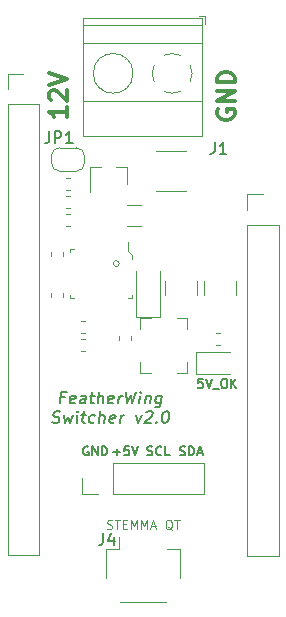
<source format=gbr>
%TF.GenerationSoftware,KiCad,Pcbnew,5.1.6-c6e7f7d~87~ubuntu18.04.1*%
%TF.CreationDate,2020-10-05T22:19:12-07:00*%
%TF.ProjectId,feather-power-supply-sw-smd,66656174-6865-4722-9d70-6f7765722d73,rev?*%
%TF.SameCoordinates,Original*%
%TF.FileFunction,Legend,Top*%
%TF.FilePolarity,Positive*%
%FSLAX46Y46*%
G04 Gerber Fmt 4.6, Leading zero omitted, Abs format (unit mm)*
G04 Created by KiCad (PCBNEW 5.1.6-c6e7f7d~87~ubuntu18.04.1) date 2020-10-05 22:19:12*
%MOMM*%
%LPD*%
G01*
G04 APERTURE LIST*
%ADD10C,0.300000*%
%ADD11C,0.127000*%
%ADD12C,0.125000*%
%ADD13C,0.150000*%
%ADD14C,0.120000*%
%ADD15C,0.100000*%
G04 APERTURE END LIST*
D10*
X133266571Y-67476571D02*
X133266571Y-68333714D01*
X133266571Y-67905142D02*
X131766571Y-67905142D01*
X131980857Y-68048000D01*
X132123714Y-68190857D01*
X132195142Y-68333714D01*
X131909428Y-66905142D02*
X131838000Y-66833714D01*
X131766571Y-66690857D01*
X131766571Y-66333714D01*
X131838000Y-66190857D01*
X131909428Y-66119428D01*
X132052285Y-66048000D01*
X132195142Y-66048000D01*
X132409428Y-66119428D01*
X133266571Y-66976571D01*
X133266571Y-66048000D01*
X131766571Y-65619428D02*
X133266571Y-65119428D01*
X131766571Y-64619428D01*
D11*
X135055428Y-96266000D02*
X134982857Y-96229714D01*
X134874000Y-96229714D01*
X134765142Y-96266000D01*
X134692571Y-96338571D01*
X134656285Y-96411142D01*
X134620000Y-96556285D01*
X134620000Y-96665142D01*
X134656285Y-96810285D01*
X134692571Y-96882857D01*
X134765142Y-96955428D01*
X134874000Y-96991714D01*
X134946571Y-96991714D01*
X135055428Y-96955428D01*
X135091714Y-96919142D01*
X135091714Y-96665142D01*
X134946571Y-96665142D01*
X135418285Y-96991714D02*
X135418285Y-96229714D01*
X135853714Y-96991714D01*
X135853714Y-96229714D01*
X136216571Y-96991714D02*
X136216571Y-96229714D01*
X136398000Y-96229714D01*
X136506857Y-96266000D01*
X136579428Y-96338571D01*
X136615714Y-96411142D01*
X136652000Y-96556285D01*
X136652000Y-96665142D01*
X136615714Y-96810285D01*
X136579428Y-96882857D01*
X136506857Y-96955428D01*
X136398000Y-96991714D01*
X136216571Y-96991714D01*
X137196285Y-96701428D02*
X137776857Y-96701428D01*
X137486571Y-96991714D02*
X137486571Y-96411142D01*
X138502571Y-96229714D02*
X138139714Y-96229714D01*
X138103428Y-96592571D01*
X138139714Y-96556285D01*
X138212285Y-96520000D01*
X138393714Y-96520000D01*
X138466285Y-96556285D01*
X138502571Y-96592571D01*
X138538857Y-96665142D01*
X138538857Y-96846571D01*
X138502571Y-96919142D01*
X138466285Y-96955428D01*
X138393714Y-96991714D01*
X138212285Y-96991714D01*
X138139714Y-96955428D01*
X138103428Y-96919142D01*
X138756571Y-96229714D02*
X139010571Y-96991714D01*
X139264571Y-96229714D01*
X140062857Y-96955428D02*
X140171714Y-96991714D01*
X140353142Y-96991714D01*
X140425714Y-96955428D01*
X140462000Y-96919142D01*
X140498285Y-96846571D01*
X140498285Y-96774000D01*
X140462000Y-96701428D01*
X140425714Y-96665142D01*
X140353142Y-96628857D01*
X140208000Y-96592571D01*
X140135428Y-96556285D01*
X140099142Y-96520000D01*
X140062857Y-96447428D01*
X140062857Y-96374857D01*
X140099142Y-96302285D01*
X140135428Y-96266000D01*
X140208000Y-96229714D01*
X140389428Y-96229714D01*
X140498285Y-96266000D01*
X141260285Y-96919142D02*
X141224000Y-96955428D01*
X141115142Y-96991714D01*
X141042571Y-96991714D01*
X140933714Y-96955428D01*
X140861142Y-96882857D01*
X140824857Y-96810285D01*
X140788571Y-96665142D01*
X140788571Y-96556285D01*
X140824857Y-96411142D01*
X140861142Y-96338571D01*
X140933714Y-96266000D01*
X141042571Y-96229714D01*
X141115142Y-96229714D01*
X141224000Y-96266000D01*
X141260285Y-96302285D01*
X141949714Y-96991714D02*
X141586857Y-96991714D01*
X141586857Y-96229714D01*
X142838714Y-96955428D02*
X142947571Y-96991714D01*
X143129000Y-96991714D01*
X143201571Y-96955428D01*
X143237857Y-96919142D01*
X143274142Y-96846571D01*
X143274142Y-96774000D01*
X143237857Y-96701428D01*
X143201571Y-96665142D01*
X143129000Y-96628857D01*
X142983857Y-96592571D01*
X142911285Y-96556285D01*
X142875000Y-96520000D01*
X142838714Y-96447428D01*
X142838714Y-96374857D01*
X142875000Y-96302285D01*
X142911285Y-96266000D01*
X142983857Y-96229714D01*
X143165285Y-96229714D01*
X143274142Y-96266000D01*
X143600714Y-96991714D02*
X143600714Y-96229714D01*
X143782142Y-96229714D01*
X143891000Y-96266000D01*
X143963571Y-96338571D01*
X143999857Y-96411142D01*
X144036142Y-96556285D01*
X144036142Y-96665142D01*
X143999857Y-96810285D01*
X143963571Y-96882857D01*
X143891000Y-96955428D01*
X143782142Y-96991714D01*
X143600714Y-96991714D01*
X144326428Y-96774000D02*
X144689285Y-96774000D01*
X144253857Y-96991714D02*
X144507857Y-96229714D01*
X144761857Y-96991714D01*
D12*
X136670142Y-103178428D02*
X136779000Y-103214714D01*
X136960428Y-103214714D01*
X137033000Y-103178428D01*
X137069285Y-103142142D01*
X137105571Y-103069571D01*
X137105571Y-102997000D01*
X137069285Y-102924428D01*
X137033000Y-102888142D01*
X136960428Y-102851857D01*
X136815285Y-102815571D01*
X136742714Y-102779285D01*
X136706428Y-102743000D01*
X136670142Y-102670428D01*
X136670142Y-102597857D01*
X136706428Y-102525285D01*
X136742714Y-102489000D01*
X136815285Y-102452714D01*
X136996714Y-102452714D01*
X137105571Y-102489000D01*
X137323285Y-102452714D02*
X137758714Y-102452714D01*
X137541000Y-103214714D02*
X137541000Y-102452714D01*
X138012714Y-102815571D02*
X138266714Y-102815571D01*
X138375571Y-103214714D02*
X138012714Y-103214714D01*
X138012714Y-102452714D01*
X138375571Y-102452714D01*
X138702142Y-103214714D02*
X138702142Y-102452714D01*
X138956142Y-102997000D01*
X139210142Y-102452714D01*
X139210142Y-103214714D01*
X139573000Y-103214714D02*
X139573000Y-102452714D01*
X139827000Y-102997000D01*
X140081000Y-102452714D01*
X140081000Y-103214714D01*
X140407571Y-102997000D02*
X140770428Y-102997000D01*
X140335000Y-103214714D02*
X140589000Y-102452714D01*
X140843000Y-103214714D01*
X142185571Y-103287285D02*
X142113000Y-103251000D01*
X142040428Y-103178428D01*
X141931571Y-103069571D01*
X141859000Y-103033285D01*
X141786428Y-103033285D01*
X141822714Y-103214714D02*
X141750142Y-103178428D01*
X141677571Y-103105857D01*
X141641285Y-102960714D01*
X141641285Y-102706714D01*
X141677571Y-102561571D01*
X141750142Y-102489000D01*
X141822714Y-102452714D01*
X141967857Y-102452714D01*
X142040428Y-102489000D01*
X142113000Y-102561571D01*
X142149285Y-102706714D01*
X142149285Y-102960714D01*
X142113000Y-103105857D01*
X142040428Y-103178428D01*
X141967857Y-103214714D01*
X141822714Y-103214714D01*
X142367000Y-102452714D02*
X142802428Y-102452714D01*
X142584714Y-103214714D02*
X142584714Y-102452714D01*
D13*
X133069919Y-92067571D02*
X132736586Y-92067571D01*
X132671110Y-92591380D02*
X132796110Y-91591380D01*
X133272300Y-91591380D01*
X133915157Y-92543761D02*
X133813967Y-92591380D01*
X133623491Y-92591380D01*
X133534205Y-92543761D01*
X133498491Y-92448523D01*
X133546110Y-92067571D01*
X133605633Y-91972333D01*
X133706824Y-91924714D01*
X133897300Y-91924714D01*
X133986586Y-91972333D01*
X134022300Y-92067571D01*
X134010395Y-92162809D01*
X133522300Y-92258047D01*
X134813967Y-92591380D02*
X134879443Y-92067571D01*
X134843729Y-91972333D01*
X134754443Y-91924714D01*
X134563967Y-91924714D01*
X134462776Y-91972333D01*
X134819919Y-92543761D02*
X134718729Y-92591380D01*
X134480633Y-92591380D01*
X134391348Y-92543761D01*
X134355633Y-92448523D01*
X134367538Y-92353285D01*
X134427062Y-92258047D01*
X134528252Y-92210428D01*
X134766348Y-92210428D01*
X134867538Y-92162809D01*
X135230633Y-91924714D02*
X135611586Y-91924714D01*
X135415157Y-91591380D02*
X135308014Y-92448523D01*
X135343729Y-92543761D01*
X135433014Y-92591380D01*
X135528252Y-92591380D01*
X135861586Y-92591380D02*
X135986586Y-91591380D01*
X136290157Y-92591380D02*
X136355633Y-92067571D01*
X136319919Y-91972333D01*
X136230633Y-91924714D01*
X136087776Y-91924714D01*
X135986586Y-91972333D01*
X135933014Y-92019952D01*
X137153252Y-92543761D02*
X137052062Y-92591380D01*
X136861586Y-92591380D01*
X136772300Y-92543761D01*
X136736586Y-92448523D01*
X136784205Y-92067571D01*
X136843729Y-91972333D01*
X136944919Y-91924714D01*
X137135395Y-91924714D01*
X137224681Y-91972333D01*
X137260395Y-92067571D01*
X137248491Y-92162809D01*
X136760395Y-92258047D01*
X137623491Y-92591380D02*
X137706824Y-91924714D01*
X137683014Y-92115190D02*
X137742538Y-92019952D01*
X137796110Y-91972333D01*
X137897300Y-91924714D01*
X137992538Y-91924714D01*
X138272300Y-91591380D02*
X138385395Y-92591380D01*
X138665157Y-91877095D01*
X138766348Y-92591380D01*
X139129443Y-91591380D01*
X139385395Y-92591380D02*
X139468729Y-91924714D01*
X139510395Y-91591380D02*
X139456824Y-91639000D01*
X139498491Y-91686619D01*
X139552062Y-91639000D01*
X139510395Y-91591380D01*
X139498491Y-91686619D01*
X139944919Y-91924714D02*
X139861586Y-92591380D01*
X139933014Y-92019952D02*
X139986586Y-91972333D01*
X140087776Y-91924714D01*
X140230633Y-91924714D01*
X140319919Y-91972333D01*
X140355633Y-92067571D01*
X140290157Y-92591380D01*
X141278252Y-91924714D02*
X141177062Y-92734238D01*
X141117538Y-92829476D01*
X141063967Y-92877095D01*
X140962776Y-92924714D01*
X140819919Y-92924714D01*
X140730633Y-92877095D01*
X141200872Y-92543761D02*
X141099681Y-92591380D01*
X140909205Y-92591380D01*
X140819919Y-92543761D01*
X140778252Y-92496142D01*
X140742538Y-92400904D01*
X140778252Y-92115190D01*
X140837776Y-92019952D01*
X140891348Y-91972333D01*
X140992538Y-91924714D01*
X141183014Y-91924714D01*
X141272300Y-91972333D01*
X132034205Y-94193761D02*
X132171110Y-94241380D01*
X132409205Y-94241380D01*
X132510395Y-94193761D01*
X132563967Y-94146142D01*
X132623491Y-94050904D01*
X132635395Y-93955666D01*
X132599681Y-93860428D01*
X132558014Y-93812809D01*
X132468729Y-93765190D01*
X132284205Y-93717571D01*
X132194919Y-93669952D01*
X132153252Y-93622333D01*
X132117538Y-93527095D01*
X132129443Y-93431857D01*
X132188967Y-93336619D01*
X132242538Y-93289000D01*
X132343729Y-93241380D01*
X132581824Y-93241380D01*
X132718729Y-93289000D01*
X133016348Y-93574714D02*
X133123491Y-94241380D01*
X133373491Y-93765190D01*
X133504443Y-94241380D01*
X133778252Y-93574714D01*
X134075872Y-94241380D02*
X134159205Y-93574714D01*
X134200872Y-93241380D02*
X134147300Y-93289000D01*
X134188967Y-93336619D01*
X134242538Y-93289000D01*
X134200872Y-93241380D01*
X134188967Y-93336619D01*
X134492538Y-93574714D02*
X134873491Y-93574714D01*
X134677062Y-93241380D02*
X134569919Y-94098523D01*
X134605633Y-94193761D01*
X134694919Y-94241380D01*
X134790157Y-94241380D01*
X135558014Y-94193761D02*
X135456824Y-94241380D01*
X135266348Y-94241380D01*
X135177062Y-94193761D01*
X135135395Y-94146142D01*
X135099681Y-94050904D01*
X135135395Y-93765190D01*
X135194919Y-93669952D01*
X135248491Y-93622333D01*
X135349681Y-93574714D01*
X135540157Y-93574714D01*
X135629443Y-93622333D01*
X135980633Y-94241380D02*
X136105633Y-93241380D01*
X136409205Y-94241380D02*
X136474681Y-93717571D01*
X136438967Y-93622333D01*
X136349681Y-93574714D01*
X136206824Y-93574714D01*
X136105633Y-93622333D01*
X136052062Y-93669952D01*
X137272300Y-94193761D02*
X137171110Y-94241380D01*
X136980633Y-94241380D01*
X136891348Y-94193761D01*
X136855633Y-94098523D01*
X136903252Y-93717571D01*
X136962776Y-93622333D01*
X137063967Y-93574714D01*
X137254443Y-93574714D01*
X137343729Y-93622333D01*
X137379443Y-93717571D01*
X137367538Y-93812809D01*
X136879443Y-93908047D01*
X137742538Y-94241380D02*
X137825872Y-93574714D01*
X137802062Y-93765190D02*
X137861586Y-93669952D01*
X137915157Y-93622333D01*
X138016348Y-93574714D01*
X138111586Y-93574714D01*
X139111586Y-93574714D02*
X139266348Y-94241380D01*
X139587776Y-93574714D01*
X139950872Y-93336619D02*
X140004443Y-93289000D01*
X140105633Y-93241380D01*
X140343729Y-93241380D01*
X140433014Y-93289000D01*
X140474681Y-93336619D01*
X140510395Y-93431857D01*
X140498491Y-93527095D01*
X140433014Y-93669952D01*
X139790157Y-94241380D01*
X140409205Y-94241380D01*
X140849681Y-94146142D02*
X140891348Y-94193761D01*
X140837776Y-94241380D01*
X140796110Y-94193761D01*
X140849681Y-94146142D01*
X140837776Y-94241380D01*
X141629443Y-93241380D02*
X141724681Y-93241380D01*
X141813967Y-93289000D01*
X141855633Y-93336619D01*
X141891348Y-93431857D01*
X141915157Y-93622333D01*
X141885395Y-93860428D01*
X141813967Y-94050904D01*
X141754443Y-94146142D01*
X141700872Y-94193761D01*
X141599681Y-94241380D01*
X141504443Y-94241380D01*
X141415157Y-94193761D01*
X141373491Y-94146142D01*
X141337776Y-94050904D01*
X141313967Y-93860428D01*
X141343729Y-93622333D01*
X141415157Y-93431857D01*
X141474681Y-93336619D01*
X141528252Y-93289000D01*
X141629443Y-93241380D01*
D14*
X137693400Y-80746600D02*
G75*
G03*
X137693400Y-80746600I-254000J0D01*
G01*
D10*
X146062000Y-67690857D02*
X145990571Y-67833714D01*
X145990571Y-68048000D01*
X146062000Y-68262285D01*
X146204857Y-68405142D01*
X146347714Y-68476571D01*
X146633428Y-68548000D01*
X146847714Y-68548000D01*
X147133428Y-68476571D01*
X147276285Y-68405142D01*
X147419142Y-68262285D01*
X147490571Y-68048000D01*
X147490571Y-67905142D01*
X147419142Y-67690857D01*
X147347714Y-67619428D01*
X146847714Y-67619428D01*
X146847714Y-67905142D01*
X147490571Y-66976571D02*
X145990571Y-66976571D01*
X147490571Y-66119428D01*
X145990571Y-66119428D01*
X147490571Y-65405142D02*
X145990571Y-65405142D01*
X145990571Y-65048000D01*
X146062000Y-64833714D01*
X146204857Y-64690857D01*
X146347714Y-64619428D01*
X146633428Y-64548000D01*
X146847714Y-64548000D01*
X147133428Y-64619428D01*
X147276285Y-64690857D01*
X147419142Y-64833714D01*
X147490571Y-65048000D01*
X147490571Y-65405142D01*
D14*
%TO.C,J4*%
X137760000Y-109365000D02*
X141640000Y-109365000D01*
X142810000Y-104895000D02*
X141760000Y-104895000D01*
X142810000Y-107395000D02*
X142810000Y-104895000D01*
X137640000Y-104895000D02*
X137640000Y-103905000D01*
X136590000Y-104895000D02*
X137640000Y-104895000D01*
X136590000Y-107395000D02*
X136590000Y-104895000D01*
%TO.C,Q1*%
X138384400Y-72544400D02*
X137454400Y-72544400D01*
X135224400Y-72544400D02*
X136154400Y-72544400D01*
X135224400Y-72544400D02*
X135224400Y-74704400D01*
X138384400Y-72544400D02*
X138384400Y-74004400D01*
%TO.C,L1*%
X139452600Y-89980800D02*
X140352600Y-89980800D01*
X139452600Y-89980800D02*
X139452600Y-89080800D01*
X143452600Y-85380800D02*
X142552600Y-85380800D01*
X143452600Y-85380800D02*
X143452600Y-86280800D01*
X143452600Y-89980800D02*
X142552600Y-89980800D01*
X143452600Y-89980800D02*
X143452600Y-89080800D01*
X139452600Y-85380800D02*
X140352600Y-85380800D01*
X139452600Y-85380800D02*
X139452600Y-86280800D01*
%TO.C,R5*%
X145878733Y-87632000D02*
X146221267Y-87632000D01*
X145878733Y-86612000D02*
X146221267Y-86612000D01*
%TO.C,D2*%
X144165000Y-90064000D02*
X147050000Y-90064000D01*
X144165000Y-88244000D02*
X144165000Y-90064000D01*
X147050000Y-88244000D02*
X144165000Y-88244000D01*
%TO.C,J5*%
X134560000Y-100263000D02*
X134560000Y-98933000D01*
X135890000Y-100263000D02*
X134560000Y-100263000D01*
X137160000Y-100263000D02*
X137160000Y-97603000D01*
X137160000Y-97603000D02*
X144840000Y-97603000D01*
X137160000Y-100263000D02*
X144840000Y-100263000D01*
X144840000Y-100263000D02*
X144840000Y-97603000D01*
%TO.C,J1*%
X144976500Y-59743000D02*
X144476500Y-59743000D01*
X144976500Y-60483000D02*
X144976500Y-59743000D01*
X138403500Y-63620000D02*
X138450500Y-63574000D01*
X136106500Y-65918000D02*
X136141500Y-65882000D01*
X138210500Y-63404000D02*
X138245500Y-63369000D01*
X135901500Y-65712000D02*
X135948500Y-65666000D01*
X134616500Y-69904000D02*
X134616500Y-59983000D01*
X144736500Y-69904000D02*
X144736500Y-59983000D01*
X144736500Y-59983000D02*
X134616500Y-59983000D01*
X144736500Y-69904000D02*
X134616500Y-69904000D01*
X144736500Y-66944000D02*
X134616500Y-66944000D01*
X144736500Y-62043000D02*
X134616500Y-62043000D01*
X144736500Y-60543000D02*
X134616500Y-60543000D01*
X138856500Y-64643000D02*
G75*
G03*
X138856500Y-64643000I-1680000J0D01*
G01*
X141493182Y-63108244D02*
G75*
G02*
X142176500Y-62963000I683318J-1534756D01*
G01*
X140641074Y-65326042D02*
G75*
G02*
X140641500Y-63959000I1535426J683042D01*
G01*
X142859542Y-66178426D02*
G75*
G02*
X141492500Y-66178000I-683042J1535426D01*
G01*
X143711926Y-63959958D02*
G75*
G02*
X143711500Y-65327000I-1535426J-683042D01*
G01*
X142147695Y-62962747D02*
G75*
G02*
X142860500Y-63108000I28805J-1680253D01*
G01*
%TO.C,F1*%
X143383031Y-71213400D02*
X140842969Y-71213400D01*
X143383031Y-74633400D02*
X140842969Y-74633400D01*
%TO.C,C5*%
X144311200Y-83406064D02*
X144311200Y-82201936D01*
X141591200Y-83406064D02*
X141591200Y-82201936D01*
%TO.C,C9*%
X133178733Y-77573600D02*
X133521267Y-77573600D01*
X133178733Y-76553600D02*
X133521267Y-76553600D01*
%TO.C,C6*%
X144893200Y-83406064D02*
X144893200Y-82201936D01*
X147613200Y-83406064D02*
X147613200Y-82201936D01*
%TO.C,JP1*%
X134750000Y-71632800D02*
X134750000Y-72232800D01*
X132650000Y-70932800D02*
X134050000Y-70932800D01*
X131950000Y-72232800D02*
X131950000Y-71632800D01*
X134050000Y-72932800D02*
X132650000Y-72932800D01*
X134750000Y-72232800D02*
G75*
G02*
X134050000Y-72932800I-700000J0D01*
G01*
X134050000Y-70932800D02*
G75*
G02*
X134750000Y-71632800I0J-700000D01*
G01*
X131950000Y-71632800D02*
G75*
G02*
X132650000Y-70932800I700000J0D01*
G01*
X132650000Y-72932800D02*
G75*
G02*
X131950000Y-72232800I0J700000D01*
G01*
%TO.C,R4*%
X133178733Y-76049600D02*
X133521267Y-76049600D01*
X133178733Y-75029600D02*
X133521267Y-75029600D01*
%TO.C,C2*%
X138335936Y-77567200D02*
X139540064Y-77567200D01*
X138335936Y-75747200D02*
X139540064Y-75747200D01*
%TO.C,R2*%
X131925600Y-83267733D02*
X131925600Y-83610267D01*
X132945600Y-83267733D02*
X132945600Y-83610267D01*
%TO.C,D1*%
X139106400Y-85258000D02*
X139106400Y-81408000D01*
X141106400Y-85258000D02*
X141106400Y-81408000D01*
X139106400Y-85258000D02*
X141106400Y-85258000D01*
D15*
%TO.C,U1*%
X133544000Y-83684800D02*
X133544000Y-83384800D01*
X133844000Y-83684800D02*
X133544000Y-83684800D01*
X138744000Y-83684800D02*
X138744000Y-83384800D01*
X138444000Y-83684800D02*
X138744000Y-83684800D01*
X133544000Y-79484800D02*
X133544000Y-79784800D01*
X133844000Y-79484800D02*
X133544000Y-79484800D01*
X138444000Y-79684800D02*
X138444000Y-78884800D01*
X138744000Y-79984800D02*
X138444000Y-79684800D01*
X138744000Y-80384800D02*
X138744000Y-79984800D01*
D14*
%TO.C,R1*%
X134791267Y-85596000D02*
X134448733Y-85596000D01*
X134791267Y-86616000D02*
X134448733Y-86616000D01*
%TO.C,C8*%
X131900200Y-79762533D02*
X131900200Y-80105067D01*
X132920200Y-79762533D02*
X132920200Y-80105067D01*
%TO.C,C7*%
X134448733Y-88140000D02*
X134791267Y-88140000D01*
X134448733Y-87120000D02*
X134791267Y-87120000D01*
%TO.C,C1*%
X138660600Y-87191667D02*
X138660600Y-86849133D01*
X137640600Y-87191667D02*
X137640600Y-86849133D01*
%TO.C,J3*%
X128235400Y-105419200D02*
X130895400Y-105419200D01*
X128235400Y-67259200D02*
X128235400Y-105419200D01*
X130895400Y-67259200D02*
X130895400Y-105419200D01*
X128235400Y-67259200D02*
X130895400Y-67259200D01*
X128235400Y-65989200D02*
X128235400Y-64659200D01*
X128235400Y-64659200D02*
X129565400Y-64659200D01*
%TO.C,R3*%
X133178733Y-74525600D02*
X133521267Y-74525600D01*
X133178733Y-73505600D02*
X133521267Y-73505600D01*
%TO.C,J2*%
X148530000Y-74870000D02*
X149860000Y-74870000D01*
X148530000Y-76200000D02*
X148530000Y-74870000D01*
X148530000Y-77470000D02*
X151190000Y-77470000D01*
X151190000Y-77470000D02*
X151190000Y-105470000D01*
X148530000Y-77470000D02*
X148530000Y-105470000D01*
X148530000Y-105470000D02*
X151190000Y-105470000D01*
%TO.C,J4*%
D13*
X136318666Y-103592380D02*
X136318666Y-104306666D01*
X136271047Y-104449523D01*
X136175809Y-104544761D01*
X136032952Y-104592380D01*
X135937714Y-104592380D01*
X137223428Y-103925714D02*
X137223428Y-104592380D01*
X136985333Y-103544761D02*
X136747238Y-104259047D01*
X137366285Y-104259047D01*
%TO.C,D2*%
D11*
X144758228Y-90514714D02*
X144395371Y-90514714D01*
X144359085Y-90877571D01*
X144395371Y-90841285D01*
X144467942Y-90805000D01*
X144649371Y-90805000D01*
X144721942Y-90841285D01*
X144758228Y-90877571D01*
X144794514Y-90950142D01*
X144794514Y-91131571D01*
X144758228Y-91204142D01*
X144721942Y-91240428D01*
X144649371Y-91276714D01*
X144467942Y-91276714D01*
X144395371Y-91240428D01*
X144359085Y-91204142D01*
X145012228Y-90514714D02*
X145266228Y-91276714D01*
X145520228Y-90514714D01*
X145592800Y-91349285D02*
X146173371Y-91349285D01*
X146499942Y-90514714D02*
X146645085Y-90514714D01*
X146717657Y-90551000D01*
X146790228Y-90623571D01*
X146826514Y-90768714D01*
X146826514Y-91022714D01*
X146790228Y-91167857D01*
X146717657Y-91240428D01*
X146645085Y-91276714D01*
X146499942Y-91276714D01*
X146427371Y-91240428D01*
X146354800Y-91167857D01*
X146318514Y-91022714D01*
X146318514Y-90768714D01*
X146354800Y-90623571D01*
X146427371Y-90551000D01*
X146499942Y-90514714D01*
X147153085Y-91276714D02*
X147153085Y-90514714D01*
X147588514Y-91276714D02*
X147261942Y-90841285D01*
X147588514Y-90514714D02*
X147153085Y-90950142D01*
%TO.C,J1*%
D13*
X145767466Y-70470780D02*
X145767466Y-71185066D01*
X145719847Y-71327923D01*
X145624609Y-71423161D01*
X145481752Y-71470780D01*
X145386514Y-71470780D01*
X146767466Y-71470780D02*
X146196038Y-71470780D01*
X146481752Y-71470780D02*
X146481752Y-70470780D01*
X146386514Y-70613638D01*
X146291276Y-70708876D01*
X146196038Y-70756495D01*
%TO.C,JP1*%
X131754666Y-69556380D02*
X131754666Y-70270666D01*
X131707047Y-70413523D01*
X131611809Y-70508761D01*
X131468952Y-70556380D01*
X131373714Y-70556380D01*
X132230857Y-70556380D02*
X132230857Y-69556380D01*
X132611809Y-69556380D01*
X132707047Y-69604000D01*
X132754666Y-69651619D01*
X132802285Y-69746857D01*
X132802285Y-69889714D01*
X132754666Y-69984952D01*
X132707047Y-70032571D01*
X132611809Y-70080190D01*
X132230857Y-70080190D01*
X133754666Y-70556380D02*
X133183238Y-70556380D01*
X133468952Y-70556380D02*
X133468952Y-69556380D01*
X133373714Y-69699238D01*
X133278476Y-69794476D01*
X133183238Y-69842095D01*
%TD*%
M02*

</source>
